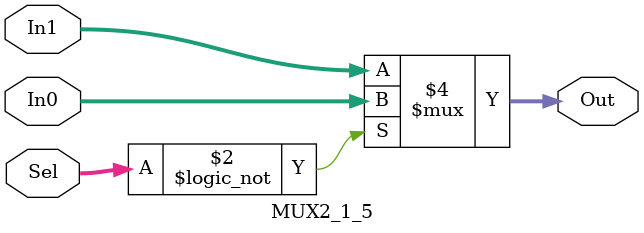
<source format=v>
`timescale 1ns / 1ps
module MUX2_1_5(In0, In1, Sel, Out);
	input [4:0] In0;
	input [4:0] In1;
	input [1:0] Sel;
	output reg [4:0] Out;
	
	always @(In0 or In1 or Sel)
		if(Sel == 1'b0)
			Out = In0;
		else
			Out = In1;

endmodule

</source>
